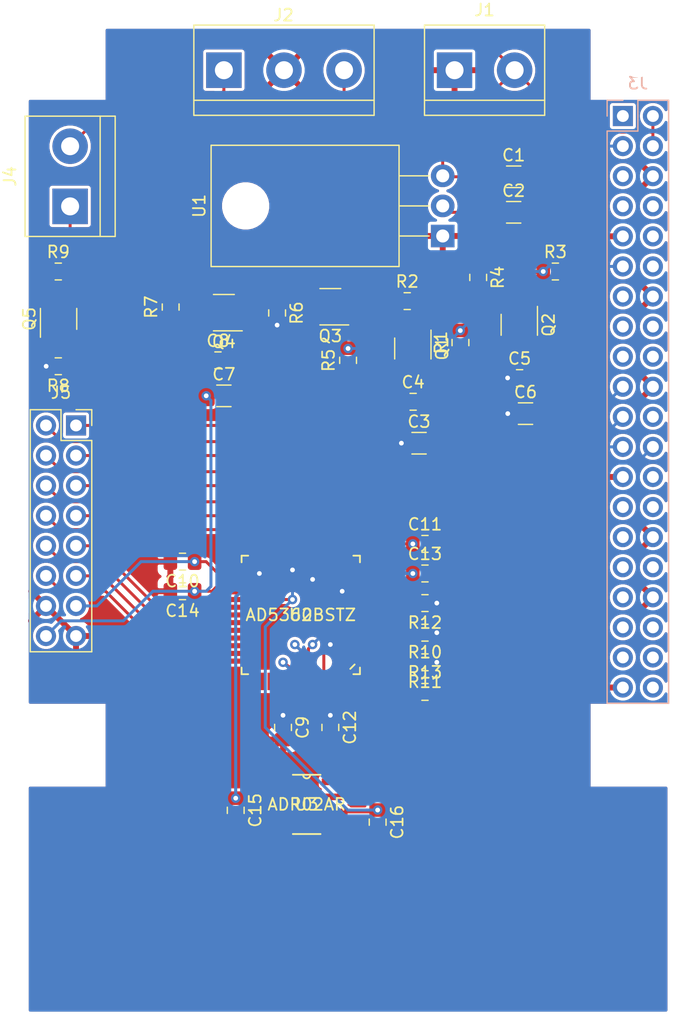
<source format=kicad_pcb>
(kicad_pcb (version 20171130) (host pcbnew 5.1.5-1.fc31)
  (layers (0 F.Cu signal) (31 B.Cu signal) (34 B.Paste user) (35 F.Paste user) (36 B.SilkS user) (37 F.SilkS user) (38 B.Mask user) (39 F.Mask user) (44 Edge.Cuts user))
  (net 0 "")
  (net 1 GND)
  (net 2 +5V)
  (net 3 "Net-(C2-Pad1)")
  (net 4 VDDA)
  (net 5 +3V3)
  (net 6 VSSA)
  (net 7 /vref)
  (net 8 +15V)
  (net 9 -15V)
  (net 10 "Net-(J3-Pad40)")
  (net 11 /pafl_led)
  (net 12 /enable_board_supply)
  (net 13 "Net-(J3-Pad36)")
  (net 14 "Net-(J3-Pad35)")
  (net 15 "Net-(J3-Pad33)")
  (net 16 "Net-(J3-Pad32)")
  (net 17 "Net-(J3-Pad31)")
  (net 18 "Net-(J3-Pad29)")
  (net 19 /id_scl_eeprom)
  (net 20 /id_sda_eeprom)
  (net 21 "Net-(J3-Pad26)")
  (net 22 /~cs1)
  (net 23 /sck)
  (net 24 "Net-(J3-Pad22)")
  (net 25 /miso)
  (net 26 /mosi)
  (net 27 "Net-(J3-Pad18)")
  (net 28 "Net-(J3-Pad17)")
  (net 29 "Net-(J3-Pad16)")
  (net 30 "Net-(J3-Pad15)")
  (net 31 "Net-(J3-Pad13)")
  (net 32 "Net-(J3-Pad12)")
  (net 33 "Net-(J3-Pad10)")
  (net 34 "Net-(J3-Pad8)")
  (net 35 "Net-(J3-Pad7)")
  (net 36 "Net-(J3-Pad5)")
  (net 37 "Net-(J3-Pad1)")
  (net 38 "Net-(J4-Pad1)")
  (net 39 /meter1)
  (net 40 /pafl_dc)
  (net 41 /meter3)
  (net 42 /meter2)
  (net 43 /meter5)
  (net 44 /meter4)
  (net 45 /meter7)
  (net 46 /meter6)
  (net 47 /meter_monitor)
  (net 48 /meter8)
  (net 49 /meter_r)
  (net 50 /meter_l)
  (net 51 "Net-(Q1-Pad3)")
  (net 52 "Net-(Q2-Pad3)")
  (net 53 "Net-(Q3-Pad6)")
  (net 54 "Net-(Q4-Pad1)")
  (net 55 "Net-(Q5-Pad6)")
  (net 56 "Net-(R10-Pad2)")
  (net 57 "Net-(R11-Pad2)")
  (net 58 "Net-(R12-Pad2)")
  (net 59 "Net-(R13-Pad1)")
  (net 60 "Net-(U2-Pad5)")
  (net 61 "Net-(U2-Pad6)")
  (net 62 "Net-(U2-Pad7)")
  (net 63 "Net-(U2-Pad8)")
  (net 64 "Net-(U2-Pad9)")
  (net 65 "Net-(U2-Pad10)")
  (net 66 "Net-(U2-Pad14)")
  (net 67 "Net-(U2-Pad24)")
  (net 68 "Net-(U2-Pad25)")
  (net 69 "Net-(U2-Pad26)")
  (net 70 "Net-(U2-Pad27)")
  (net 71 "Net-(U2-Pad30)")
  (net 72 "Net-(U2-Pad32)")
  (net 73 "Net-(U2-Pad33)")
  (net 74 "Net-(U2-Pad48)")
  (net 75 "Net-(U3-Pad8)")
  (net 76 "Net-(U3-Pad7)")
  (net 77 "Net-(U3-Pad5)")
  (net 78 "Net-(U3-Pad3)")
  (net 79 "Net-(U3-Pad1)")
  (net 80 "Net-(U2-Pad39)")
  (net 81 "Net-(U2-Pad40)")
  (net 82 "Net-(U2-Pad41)")
  (net 83 "Net-(U2-Pad42)")
  (net 84 "Net-(J3-Pad38)")
  (net 85 "Net-(J3-Pad37)")
  (module MountingHole:MountingHole_3.2mm_M3 (layer F.Cu) (at 202.5 87)
    (fp_text reference H4 hide)
    (fp_text value MountingHole hide)
    (pad 1 np_thru_hole circle (at 0 0) (size 3.2 3.2) (drill 3.2) (layers *.Cu *.Mask))
  )
  (module MountingHole:MountingHole_3.2mm_M3 (layer F.Cu) (at 202.5 29)
    (fp_text reference H3 hide)
    (fp_text value MountingHole hide)
    (pad 1 np_thru_hole circle (at 0 0) (size 3.2 3.2) (drill 3.2) (layers *.Cu *.Mask))
  )
  (module MountingHole:MountingHole_3.2mm_M3 (layer F.Cu) (at 153.5 29)
    (fp_text reference H2 hide)
    (fp_text value MountingHole hide)
    (pad 1 np_thru_hole circle (at 0 0) (size 3.2 3.2) (drill 3.2) (layers *.Cu *.Mask))
  )
  (module MountingHole:MountingHole_3.2mm_M3 (layer F.Cu) (at 153.5 87)
    (fp_text reference H1 hide)
    (fp_text value MountingHole hide)
    (pad 1 np_thru_hole circle (at 0 0) (size 3.2 3.2) (drill 3.2) (layers *.Cu *.Mask))
  )
  (module Connector_PinSocket_2.54mm:PinSocket_2x20_P2.54mm_Vertical (layer B.Cu) (at 201.23 33.87 180)
    (fp_text reference J3 (at -1.27 2.77) (layer B.SilkS) (effects (justify mirror)))
    (fp_text value 40HAT)
    (pad 40 thru_hole oval (at -2.54 -48.26 180) (size 1.7 1.7) (drill 1) (layers *.Cu *.Mask) (net 10 "Net-(J3-Pad40)"))
    (pad 39 thru_hole oval (at 0 -48.26 180) (size 1.7 1.7) (drill 1) (layers *.Cu *.Mask) (net 1 GND))
    (pad 38 thru_hole oval (at -2.54 -45.72 180) (size 1.7 1.7) (drill 1) (layers *.Cu *.Mask) (net 84 "Net-(J3-Pad38)"))
    (pad 37 thru_hole oval (at 0 -45.72 180) (size 1.7 1.7) (drill 1) (layers *.Cu *.Mask) (net 85 "Net-(J3-Pad37)"))
    (pad 36 thru_hole oval (at -2.54 -43.18 180) (size 1.7 1.7) (drill 1) (layers *.Cu *.Mask) (net 13 "Net-(J3-Pad36)"))
    (pad 35 thru_hole oval (at 0 -43.18 180) (size 1.7 1.7) (drill 1) (layers *.Cu *.Mask) (net 14 "Net-(J3-Pad35)"))
    (pad 34 thru_hole oval (at -2.54 -40.64 180) (size 1.7 1.7) (drill 1) (layers *.Cu *.Mask) (net 1 GND))
    (pad 33 thru_hole oval (at 0 -40.64 180) (size 1.7 1.7) (drill 1) (layers *.Cu *.Mask) (net 15 "Net-(J3-Pad33)"))
    (pad 32 thru_hole oval (at -2.54 -38.1 180) (size 1.7 1.7) (drill 1) (layers *.Cu *.Mask) (net 16 "Net-(J3-Pad32)"))
    (pad 31 thru_hole oval (at 0 -38.1 180) (size 1.7 1.7) (drill 1) (layers *.Cu *.Mask) (net 17 "Net-(J3-Pad31)"))
    (pad 30 thru_hole oval (at -2.54 -35.56 180) (size 1.7 1.7) (drill 1) (layers *.Cu *.Mask) (net 1 GND))
    (pad 29 thru_hole oval (at 0 -35.56 180) (size 1.7 1.7) (drill 1) (layers *.Cu *.Mask) (net 18 "Net-(J3-Pad29)"))
    (pad 28 thru_hole oval (at -2.54 -33.02 180) (size 1.7 1.7) (drill 1) (layers *.Cu *.Mask) (net 19 /id_scl_eeprom))
    (pad 27 thru_hole oval (at 0 -33.02 180) (size 1.7 1.7) (drill 1) (layers *.Cu *.Mask) (net 20 /id_sda_eeprom))
    (pad 26 thru_hole oval (at -2.54 -30.48 180) (size 1.7 1.7) (drill 1) (layers *.Cu *.Mask) (net 21 "Net-(J3-Pad26)"))
    (pad 25 thru_hole oval (at 0 -30.48 180) (size 1.7 1.7) (drill 1) (layers *.Cu *.Mask) (net 1 GND))
    (pad 24 thru_hole oval (at -2.54 -27.94 180) (size 1.7 1.7) (drill 1) (layers *.Cu *.Mask) (net 22 /~cs1))
    (pad 23 thru_hole oval (at 0 -27.94 180) (size 1.7 1.7) (drill 1) (layers *.Cu *.Mask) (net 23 /sck))
    (pad 22 thru_hole oval (at -2.54 -25.4 180) (size 1.7 1.7) (drill 1) (layers *.Cu *.Mask) (net 24 "Net-(J3-Pad22)"))
    (pad 21 thru_hole oval (at 0 -25.4 180) (size 1.7 1.7) (drill 1) (layers *.Cu *.Mask) (net 25 /miso))
    (pad 20 thru_hole oval (at -2.54 -22.86 180) (size 1.7 1.7) (drill 1) (layers *.Cu *.Mask) (net 1 GND))
    (pad 19 thru_hole oval (at 0 -22.86 180) (size 1.7 1.7) (drill 1) (layers *.Cu *.Mask) (net 26 /mosi))
    (pad 18 thru_hole oval (at -2.54 -20.32 180) (size 1.7 1.7) (drill 1) (layers *.Cu *.Mask) (net 27 "Net-(J3-Pad18)"))
    (pad 17 thru_hole oval (at 0 -20.32 180) (size 1.7 1.7) (drill 1) (layers *.Cu *.Mask) (net 28 "Net-(J3-Pad17)"))
    (pad 16 thru_hole oval (at -2.54 -17.78 180) (size 1.7 1.7) (drill 1) (layers *.Cu *.Mask) (net 29 "Net-(J3-Pad16)"))
    (pad 15 thru_hole oval (at 0 -17.78 180) (size 1.7 1.7) (drill 1) (layers *.Cu *.Mask) (net 30 "Net-(J3-Pad15)"))
    (pad 14 thru_hole oval (at -2.54 -15.24 180) (size 1.7 1.7) (drill 1) (layers *.Cu *.Mask) (net 1 GND))
    (pad 13 thru_hole oval (at 0 -15.24 180) (size 1.7 1.7) (drill 1) (layers *.Cu *.Mask) (net 31 "Net-(J3-Pad13)"))
    (pad 12 thru_hole oval (at -2.54 -12.7 180) (size 1.7 1.7) (drill 1) (layers *.Cu *.Mask) (net 32 "Net-(J3-Pad12)"))
    (pad 11 thru_hole oval (at 0 -12.7 180) (size 1.7 1.7) (drill 1) (layers *.Cu *.Mask) (net 12 /enable_board_supply))
    (pad 10 thru_hole oval (at -2.54 -10.16 180) (size 1.7 1.7) (drill 1) (layers *.Cu *.Mask) (net 33 "Net-(J3-Pad10)"))
    (pad 9 thru_hole oval (at 0 -10.16 180) (size 1.7 1.7) (drill 1) (layers *.Cu *.Mask) (net 1 GND))
    (pad 8 thru_hole oval (at -2.54 -7.62 180) (size 1.7 1.7) (drill 1) (layers *.Cu *.Mask) (net 34 "Net-(J3-Pad8)"))
    (pad 7 thru_hole oval (at 0 -7.62 180) (size 1.7 1.7) (drill 1) (layers *.Cu *.Mask) (net 35 "Net-(J3-Pad7)"))
    (pad 6 thru_hole oval (at -2.54 -5.08 180) (size 1.7 1.7) (drill 1) (layers *.Cu *.Mask) (net 1 GND))
    (pad 5 thru_hole oval (at 0 -5.08 180) (size 1.7 1.7) (drill 1) (layers *.Cu *.Mask) (net 36 "Net-(J3-Pad5)"))
    (pad 4 thru_hole oval (at -2.54 -2.54 180) (size 1.7 1.7) (drill 1) (layers *.Cu *.Mask) (net 2 +5V))
    (pad 3 thru_hole oval (at 0 -2.54 180) (size 1.7 1.7) (drill 1) (layers *.Cu *.Mask) (net 11 /pafl_led))
    (pad 2 thru_hole oval (at -2.54 0 180) (size 1.7 1.7) (drill 1) (layers *.Cu *.Mask) (net 2 +5V))
    (pad 1 thru_hole rect (at 0 0 180) (size 1.7 1.7) (drill 1) (layers *.Cu *.Mask) (net 37 "Net-(J3-Pad1)"))
  )
  (module footprints:ADR02ARZ (layer F.Cu) (at 174.5 92)
    (fp_text reference U3 (at 0 0) (layer F.SilkS))
    (fp_text value ADR02AR (at 0 0) (layer F.SilkS))
    (pad 8 smd rect (at 2.3622 -1.905) (size 2.1844 0.5588) (layers F.Cu) (net 75 "Net-(U3-Pad8)"))
    (pad 7 smd rect (at 2.3622 -0.635) (size 2.1844 0.5588) (layers F.Cu) (net 76 "Net-(U3-Pad7)"))
    (pad 6 smd rect (at 2.3622 0.635) (size 2.1844 0.5588) (layers F.Cu) (net 7 /vref))
    (pad 5 smd rect (at 2.3622 1.905) (size 2.1844 0.5588) (layers F.Cu) (net 77 "Net-(U3-Pad5)"))
    (pad 4 smd rect (at -2.3622 1.905) (size 2.1844 0.5588) (layers F.Cu) (net 1 GND))
    (pad 3 smd rect (at -2.3622 0.635) (size 2.1844 0.5588) (layers F.Cu) (net 78 "Net-(U3-Pad3)"))
    (pad 2 smd rect (at -2.3622 -0.635) (size 2.1844 0.5588) (layers F.Cu) (net 4 VDDA))
    (pad 1 smd rect (at -2.3622 -1.905) (size 2.1844 0.5588) (layers F.Cu) (net 79 "Net-(U3-Pad1)"))
  )
  (module meterbar:AD5360BSTZ (layer F.Cu) (at 174 76 180)
    (fp_text reference U2 (at 0 0) (layer F.SilkS))
    (fp_text value AD5360BSTZ (at 0 0) (layer F.SilkS))
    (pad 1 smd rect (at -5.6134 -3.9 270) (size 0.4318 1.4732) (layers F.Cu) (net 59 "Net-(R13-Pad1)"))
    (pad 2 smd rect (at -5.6134 -3.250001 270) (size 0.4318 1.4732) (layers F.Cu) (net 57 "Net-(R11-Pad2)"))
    (pad 3 smd rect (at -5.6134 -2.6 270) (size 0.4318 1.4732) (layers F.Cu) (net 56 "Net-(R10-Pad2)"))
    (pad 4 smd rect (at -5.6134 -1.950001 270) (size 0.4318 1.4732) (layers F.Cu) (net 58 "Net-(R12-Pad2)"))
    (pad 5 smd rect (at -5.6134 -1.3 270) (size 0.4318 1.4732) (layers F.Cu) (net 60 "Net-(U2-Pad5)"))
    (pad 6 smd rect (at -5.6134 -0.650001 270) (size 0.4318 1.4732) (layers F.Cu) (net 61 "Net-(U2-Pad6)"))
    (pad 7 smd rect (at -5.6134 0 270) (size 0.4318 1.4732) (layers F.Cu) (net 62 "Net-(U2-Pad7)"))
    (pad 8 smd rect (at -5.6134 0.649999 270) (size 0.4318 1.4732) (layers F.Cu) (net 63 "Net-(U2-Pad8)"))
    (pad 9 smd rect (at -5.6134 1.3 270) (size 0.4318 1.4732) (layers F.Cu) (net 64 "Net-(U2-Pad9)"))
    (pad 10 smd rect (at -5.6134 1.949999 270) (size 0.4318 1.4732) (layers F.Cu) (net 65 "Net-(U2-Pad10)"))
    (pad 11 smd rect (at -5.6134 2.6 270) (size 0.4318 1.4732) (layers F.Cu) (net 4 VDDA))
    (pad 12 smd rect (at -5.6134 3.249999 270) (size 0.4318 1.4732) (layers F.Cu) (net 6 VSSA))
    (pad 13 smd rect (at -5.6134 3.9 270) (size 0.4318 1.4732) (layers F.Cu) (net 7 /vref))
    (pad 14 smd rect (at -3.9 5.6134 180) (size 0.4318 1.4732) (layers F.Cu) (net 66 "Net-(U2-Pad14)"))
    (pad 15 smd rect (at -3.250001 5.6134 180) (size 0.4318 1.4732) (layers F.Cu) (net 50 /meter_l))
    (pad 16 smd rect (at -2.6 5.6134 180) (size 0.4318 1.4732) (layers F.Cu) (net 49 /meter_r))
    (pad 17 smd rect (at -1.950001 5.6134 180) (size 0.4318 1.4732) (layers F.Cu) (net 48 /meter8))
    (pad 18 smd rect (at -1.3 5.6134 180) (size 0.4318 1.4732) (layers F.Cu) (net 47 /meter_monitor))
    (pad 19 smd rect (at -0.650001 5.6134 180) (size 0.4318 1.4732) (layers F.Cu) (net 1 GND))
    (pad 20 smd rect (at 0 5.6134 180) (size 0.4318 1.4732) (layers F.Cu) (net 46 /meter6))
    (pad 21 smd rect (at 0.649999 5.6134 180) (size 0.4318 1.4732) (layers F.Cu) (net 45 /meter7))
    (pad 22 smd rect (at 1.3 5.6134 180) (size 0.4318 1.4732) (layers F.Cu) (net 44 /meter4))
    (pad 23 smd rect (at 1.949999 5.6134 180) (size 0.4318 1.4732) (layers F.Cu) (net 43 /meter5))
    (pad 24 smd rect (at 2.6 5.6134 180) (size 0.4318 1.4732) (layers F.Cu) (net 67 "Net-(U2-Pad24)"))
    (pad 25 smd rect (at 3.249999 5.6134 180) (size 0.4318 1.4732) (layers F.Cu) (net 68 "Net-(U2-Pad25)"))
    (pad 26 smd rect (at 3.9 5.6134 180) (size 0.4318 1.4732) (layers F.Cu) (net 69 "Net-(U2-Pad26)"))
    (pad 27 smd rect (at 5.6134 3.9 270) (size 0.4318 1.4732) (layers F.Cu) (net 70 "Net-(U2-Pad27)"))
    (pad 28 smd rect (at 5.6134 3.250001 270) (size 0.4318 1.4732) (layers F.Cu) (net 4 VDDA))
    (pad 29 smd rect (at 5.6134 2.6 270) (size 0.4318 1.4732) (layers F.Cu) (net 6 VSSA))
    (pad 30 smd rect (at 5.6134 1.950001 270) (size 0.4318 1.4732) (layers F.Cu) (net 71 "Net-(U2-Pad30)"))
    (pad 31 smd rect (at 5.6134 1.3 270) (size 0.4318 1.4732) (layers F.Cu) (net 7 /vref))
    (pad 32 smd rect (at 5.6134 0.650001 270) (size 0.4318 1.4732) (layers F.Cu) (net 72 "Net-(U2-Pad32)"))
    (pad 33 smd rect (at 5.6134 0 270) (size 0.4318 1.4732) (layers F.Cu) (net 73 "Net-(U2-Pad33)"))
    (pad 34 smd rect (at 5.6134 -0.649999 270) (size 0.4318 1.4732) (layers F.Cu) (net 42 /meter2))
    (pad 35 smd rect (at 5.6134 -1.3 270) (size 0.4318 1.4732) (layers F.Cu) (net 41 /meter3))
    (pad 36 smd rect (at 5.6134 -1.949999 270) (size 0.4318 1.4732) (layers F.Cu) (net 40 /pafl_dc))
    (pad 37 smd rect (at 5.6134 -2.6 270) (size 0.4318 1.4732) (layers F.Cu) (net 39 /meter1))
    (pad 38 smd rect (at 5.6134 -3.249999 270) (size 0.4318 1.4732) (layers F.Cu) (net 1 GND))
    (pad 39 smd rect (at 5.6134 -3.9 270) (size 0.4318 1.4732) (layers F.Cu) (net 80 "Net-(U2-Pad39)"))
    (pad 40 smd rect (at 3.9 -5.6134 180) (size 0.4318 1.4732) (layers F.Cu) (net 81 "Net-(U2-Pad40)"))
    (pad 41 smd rect (at 3.250001 -5.6134 180) (size 0.4318 1.4732) (layers F.Cu) (net 82 "Net-(U2-Pad41)"))
    (pad 42 smd rect (at 2.6 -5.6134 180) (size 0.4318 1.4732) (layers F.Cu) (net 83 "Net-(U2-Pad42)"))
    (pad 43 smd rect (at 1.950001 -5.6134 180) (size 0.4318 1.4732) (layers F.Cu) (net 1 GND))
    (pad 44 smd rect (at 1.3 -5.6134 180) (size 0.4318 1.4732) (layers F.Cu) (net 5 +3V3))
    (pad 45 smd rect (at 0.650001 -5.6134 180) (size 0.4318 1.4732) (layers F.Cu) (net 22 /~cs1))
    (pad 46 smd rect (at 0 -5.6134 180) (size 0.4318 1.4732) (layers F.Cu) (net 23 /sck))
    (pad 47 smd rect (at -0.649999 -5.6134 180) (size 0.4318 1.4732) (layers F.Cu) (net 26 /mosi))
    (pad 48 smd rect (at -1.3 -5.6134 180) (size 0.4318 1.4732) (layers F.Cu) (net 74 "Net-(U2-Pad48)"))
    (pad 49 smd rect (at -1.949999 -5.6134 180) (size 0.4318 1.4732) (layers F.Cu) (net 25 /miso))
    (pad 50 smd rect (at -2.6 -5.6134 180) (size 0.4318 1.4732) (layers F.Cu) (net 5 +3V3))
    (pad 51 smd rect (at -3.249999 -5.6134 180) (size 0.4318 1.4732) (layers F.Cu) (net 1 GND))
    (pad 52 smd rect (at -3.9 -5.6134 180) (size 0.4318 1.4732) (layers F.Cu) (net 1 GND))
  )
  (module Package_TO_SOT_THT:TO-220-3_Horizontal_TabDown (layer F.Cu) (at 186 44 90)
    (fp_text reference U1 (at 2.54 -20.58 90) (layer F.SilkS))
    (fp_text value LM1085-3.3)
    (pad 3 thru_hole oval (at 5.08 0 90) (size 1.905 2) (drill 1.1) (layers *.Cu *.Mask) (net 2 +5V))
    (pad 2 thru_hole oval (at 2.54 0 90) (size 1.905 2) (drill 1.1) (layers *.Cu *.Mask) (net 3 "Net-(C2-Pad1)"))
    (pad 1 thru_hole rect (at 0 0 90) (size 1.905 2) (drill 1.1) (layers *.Cu *.Mask) (net 1 GND))
    (pad "" np_thru_hole oval (at 2.54 -16.66 90) (size 3.5 3.5) (drill 3.5) (layers *.Cu *.Mask))
  )
  (module Resistor_SMD:R_0805_2012Metric_Pad1.15x1.40mm_HandSolder (layer F.Cu) (at 184.5 82.5)
    (fp_text reference R13 (at 0 -1.65) (layer F.SilkS))
    (fp_text value 47k)
    (pad 2 smd roundrect (at 1.025 0) (size 1.15 1.4) (layers F.Cu F.Paste F.Mask) (roundrect_rratio 0.217391) (net 1 GND))
    (pad 1 smd roundrect (at -1.025 0) (size 1.15 1.4) (layers F.Cu F.Paste F.Mask) (roundrect_rratio 0.217391) (net 59 "Net-(R13-Pad1)"))
  )
  (module Resistor_SMD:R_0805_2012Metric_Pad1.15x1.40mm_HandSolder (layer F.Cu) (at 184.5 75 180)
    (fp_text reference R12 (at 0 -1.65) (layer F.SilkS))
    (fp_text value 47k)
    (pad 2 smd roundrect (at 1.025 0 180) (size 1.15 1.4) (layers F.Cu F.Paste F.Mask) (roundrect_rratio 0.217391) (net 58 "Net-(R12-Pad2)"))
    (pad 1 smd roundrect (at -1.025 0 180) (size 1.15 1.4) (layers F.Cu F.Paste F.Mask) (roundrect_rratio 0.217391) (net 5 +3V3))
  )
  (module Resistor_SMD:R_0805_2012Metric_Pad1.15x1.40mm_HandSolder (layer F.Cu) (at 184.5 80 180)
    (fp_text reference R11 (at 0 -1.65) (layer F.SilkS))
    (fp_text value 47k)
    (pad 2 smd roundrect (at 1.025 0 180) (size 1.15 1.4) (layers F.Cu F.Paste F.Mask) (roundrect_rratio 0.217391) (net 57 "Net-(R11-Pad2)"))
    (pad 1 smd roundrect (at -1.025 0 180) (size 1.15 1.4) (layers F.Cu F.Paste F.Mask) (roundrect_rratio 0.217391) (net 5 +3V3))
  )
  (module Resistor_SMD:R_0805_2012Metric_Pad1.15x1.40mm_HandSolder (layer F.Cu) (at 184.5 77.5 180)
    (fp_text reference R10 (at 0 -1.65) (layer F.SilkS))
    (fp_text value 47k)
    (pad 2 smd roundrect (at 1.025 0 180) (size 1.15 1.4) (layers F.Cu F.Paste F.Mask) (roundrect_rratio 0.217391) (net 56 "Net-(R10-Pad2)"))
    (pad 1 smd roundrect (at -1.025 0 180) (size 1.15 1.4) (layers F.Cu F.Paste F.Mask) (roundrect_rratio 0.217391) (net 5 +3V3))
  )
  (module Resistor_SMD:R_0805_2012Metric_Pad1.15x1.40mm_HandSolder (layer F.Cu) (at 153.5 47)
    (fp_text reference R9 (at 0 -1.65) (layer F.SilkS))
    (fp_text value 2k2)
    (pad 2 smd roundrect (at 1.025 0) (size 1.15 1.4) (layers F.Cu F.Paste F.Mask) (roundrect_rratio 0.217391) (net 38 "Net-(J4-Pad1)"))
    (pad 1 smd roundrect (at -1.025 0) (size 1.15 1.4) (layers F.Cu F.Paste F.Mask) (roundrect_rratio 0.217391) (net 55 "Net-(Q5-Pad6)"))
  )
  (module Resistor_SMD:R_0805_2012Metric_Pad1.15x1.40mm_HandSolder (layer F.Cu) (at 153.5 55 180)
    (fp_text reference R8 (at 0 -1.65) (layer F.SilkS))
    (fp_text value 47k)
    (pad 2 smd roundrect (at 1.025 0 180) (size 1.15 1.4) (layers F.Cu F.Paste F.Mask) (roundrect_rratio 0.217391) (net 11 /pafl_led))
    (pad 1 smd roundrect (at -1.025 0 180) (size 1.15 1.4) (layers F.Cu F.Paste F.Mask) (roundrect_rratio 0.217391) (net 1 GND))
  )
  (module Resistor_SMD:R_0805_2012Metric_Pad1.15x1.40mm_HandSolder (layer F.Cu) (at 163 50 90)
    (fp_text reference R7 (at 0 -1.65 90) (layer F.SilkS))
    (fp_text value 47k)
    (pad 2 smd roundrect (at 1.025 0 90) (size 1.15 1.4) (layers F.Cu F.Paste F.Mask) (roundrect_rratio 0.217391) (net 54 "Net-(Q4-Pad1)"))
    (pad 1 smd roundrect (at -1.025 0 90) (size 1.15 1.4) (layers F.Cu F.Paste F.Mask) (roundrect_rratio 0.217391) (net 9 -15V))
  )
  (module Resistor_SMD:R_0805_2012Metric_Pad1.15x1.40mm_HandSolder (layer F.Cu) (at 172 50.5 270)
    (fp_text reference R6 (at 0 -1.65 90) (layer F.SilkS))
    (fp_text value 47k)
    (pad 2 smd roundrect (at 1.025 0 270) (size 1.15 1.4) (layers F.Cu F.Paste F.Mask) (roundrect_rratio 0.217391) (net 5 +3V3))
    (pad 1 smd roundrect (at -1.025 0 270) (size 1.15 1.4) (layers F.Cu F.Paste F.Mask) (roundrect_rratio 0.217391) (net 53 "Net-(Q3-Pad6)"))
  )
  (module Resistor_SMD:R_0805_2012Metric_Pad1.15x1.40mm_HandSolder (layer F.Cu) (at 178 54.5 90)
    (fp_text reference R5 (at 0 -1.65 90) (layer F.SilkS))
    (fp_text value 47k)
    (pad 2 smd roundrect (at 1.025 0 90) (size 1.15 1.4) (layers F.Cu F.Paste F.Mask) (roundrect_rratio 0.217391) (net 12 /enable_board_supply))
    (pad 1 smd roundrect (at -1.025 0 90) (size 1.15 1.4) (layers F.Cu F.Paste F.Mask) (roundrect_rratio 0.217391) (net 1 GND))
  )
  (module Resistor_SMD:R_0805_2012Metric_Pad1.15x1.40mm_HandSolder (layer F.Cu) (at 189 47.5 270)
    (fp_text reference R4 (at 0 -1.65 90) (layer F.SilkS))
    (fp_text value 10k)
    (pad 2 smd roundrect (at 1.025 0 270) (size 1.15 1.4) (layers F.Cu F.Paste F.Mask) (roundrect_rratio 0.217391) (net 52 "Net-(Q2-Pad3)"))
    (pad 1 smd roundrect (at -1.025 0 270) (size 1.15 1.4) (layers F.Cu F.Paste F.Mask) (roundrect_rratio 0.217391) (net 3 "Net-(C2-Pad1)"))
  )
  (module Resistor_SMD:R_0805_2012Metric_Pad1.15x1.40mm_HandSolder (layer F.Cu) (at 195.525 47)
    (fp_text reference R3 (at 0 -1.65) (layer F.SilkS))
    (fp_text value 10k)
    (pad 2 smd roundrect (at 1.025 0) (size 1.15 1.4) (layers F.Cu F.Paste F.Mask) (roundrect_rratio 0.217391) (net 1 GND))
    (pad 1 smd roundrect (at -1.025 0) (size 1.15 1.4) (layers F.Cu F.Paste F.Mask) (roundrect_rratio 0.217391) (net 12 /enable_board_supply))
  )
  (module Resistor_SMD:R_0805_2012Metric_Pad1.15x1.40mm_HandSolder (layer F.Cu) (at 183 49.5)
    (fp_text reference R2 (at 0 -1.65) (layer F.SilkS))
    (fp_text value 47k)
    (pad 2 smd roundrect (at 1.025 0) (size 1.15 1.4) (layers F.Cu F.Paste F.Mask) (roundrect_rratio 0.217391) (net 8 +15V))
    (pad 1 smd roundrect (at -1.025 0) (size 1.15 1.4) (layers F.Cu F.Paste F.Mask) (roundrect_rratio 0.217391) (net 51 "Net-(Q1-Pad3)"))
  )
  (module Resistor_SMD:R_0805_2012Metric_Pad1.15x1.40mm_HandSolder (layer F.Cu) (at 187.5 53 90)
    (fp_text reference R1 (at 0 -1.65 90) (layer F.SilkS))
    (fp_text value 47k)
    (pad 2 smd roundrect (at 1.025 0 90) (size 1.15 1.4) (layers F.Cu F.Paste F.Mask) (roundrect_rratio 0.217391) (net 12 /enable_board_supply))
    (pad 1 smd roundrect (at -1.025 0 90) (size 1.15 1.4) (layers F.Cu F.Paste F.Mask) (roundrect_rratio 0.217391) (net 1 GND))
  )
  (module Package_TO_SOT_SMD:TSOT-23-6 (layer F.Cu) (at 153.5 51 90)
    (fp_text reference Q5 (at 0 -2.45 90) (layer F.SilkS))
    (fp_text value DMC2053UVT)
    (pad 6 smd rect (at 1.31 -0.95 90) (size 1.22 0.65) (layers F.Cu F.Paste F.Mask) (net 55 "Net-(Q5-Pad6)"))
    (pad 5 smd rect (at 1.31 0 90) (size 1.22 0.65) (layers F.Cu F.Paste F.Mask) (net 1 GND))
    (pad 4 smd rect (at 1.31 0.95 90) (size 1.22 0.65) (layers F.Cu F.Paste F.Mask) (net 1 GND))
    (pad 3 smd rect (at -1.31 0.95 90) (size 1.22 0.65) (layers F.Cu F.Paste F.Mask) (net 1 GND))
    (pad 2 smd rect (at -1.31 0 90) (size 1.22 0.65) (layers F.Cu F.Paste F.Mask) (net 1 GND))
    (pad 1 smd rect (at -1.31 -0.95 90) (size 1.22 0.65) (layers F.Cu F.Paste F.Mask) (net 11 /pafl_led))
  )
  (module Package_TO_SOT_SMD:TSOT-23-6 (layer F.Cu) (at 167.5 50.5 180)
    (fp_text reference Q4 (at 0 -2.45) (layer F.SilkS))
    (fp_text value DMC2053UVT)
    (pad 6 smd rect (at 1.31 -0.95 180) (size 1.22 0.65) (layers F.Cu F.Paste F.Mask) (net 6 VSSA))
    (pad 5 smd rect (at 1.31 0 180) (size 1.22 0.65) (layers F.Cu F.Paste F.Mask) (net 9 -15V))
    (pad 4 smd rect (at 1.31 0.95 180) (size 1.22 0.65) (layers F.Cu F.Paste F.Mask) (net 54 "Net-(Q4-Pad1)"))
    (pad 3 smd rect (at -1.31 0.95 180) (size 1.22 0.65) (layers F.Cu F.Paste F.Mask) (net 53 "Net-(Q3-Pad6)"))
    (pad 2 smd rect (at -1.31 0 180) (size 1.22 0.65) (layers F.Cu F.Paste F.Mask) (net 5 +3V3))
    (pad 1 smd rect (at -1.31 -0.95 180) (size 1.22 0.65) (layers F.Cu F.Paste F.Mask) (net 54 "Net-(Q4-Pad1)"))
  )
  (module Package_TO_SOT_SMD:TSOT-23-6 (layer F.Cu) (at 176.5 50 180)
    (fp_text reference Q3 (at 0 -2.45) (layer F.SilkS))
    (fp_text value DMC2053UVT)
    (pad 6 smd rect (at 1.31 -0.95 180) (size 1.22 0.65) (layers F.Cu F.Paste F.Mask) (net 53 "Net-(Q3-Pad6)"))
    (pad 5 smd rect (at 1.31 0 180) (size 1.22 0.65) (layers F.Cu F.Paste F.Mask) (net 1 GND))
    (pad 4 smd rect (at 1.31 0.95 180) (size 1.22 0.65) (layers F.Cu F.Paste F.Mask) (net 1 GND))
    (pad 3 smd rect (at -1.31 0.95 180) (size 1.22 0.65) (layers F.Cu F.Paste F.Mask) (net 1 GND))
    (pad 2 smd rect (at -1.31 0 180) (size 1.22 0.65) (layers F.Cu F.Paste F.Mask) (net 1 GND))
    (pad 1 smd rect (at -1.31 -0.95 180) (size 1.22 0.65) (layers F.Cu F.Paste F.Mask) (net 12 /enable_board_supply))
  )
  (module Package_TO_SOT_SMD:TSOT-23-6 (layer F.Cu) (at 192.5 51.5 270)
    (fp_text reference Q2 (at 0 -2.45 90) (layer F.SilkS))
    (fp_text value DMC2053UVT)
    (pad 6 smd rect (at 1.31 -0.95 270) (size 1.22 0.65) (layers F.Cu F.Paste F.Mask) (net 52 "Net-(Q2-Pad3)"))
    (pad 5 smd rect (at 1.31 0 270) (size 1.22 0.65) (layers F.Cu F.Paste F.Mask) (net 1 GND))
    (pad 4 smd rect (at 1.31 0.95 270) (size 1.22 0.65) (layers F.Cu F.Paste F.Mask) (net 5 +3V3))
    (pad 3 smd rect (at -1.31 0.95 270) (size 1.22 0.65) (layers F.Cu F.Paste F.Mask) (net 52 "Net-(Q2-Pad3)"))
    (pad 2 smd rect (at -1.31 0 270) (size 1.22 0.65) (layers F.Cu F.Paste F.Mask) (net 3 "Net-(C2-Pad1)"))
    (pad 1 smd rect (at -1.31 -0.95 270) (size 1.22 0.65) (layers F.Cu F.Paste F.Mask) (net 12 /enable_board_supply))
  )
  (module Package_TO_SOT_SMD:TSOT-23-6 (layer F.Cu) (at 183.5 53.5 270)
    (fp_text reference Q1 (at 0 -2.45 90) (layer F.SilkS))
    (fp_text value DMC2053UVT)
    (pad 6 smd rect (at 1.31 -0.95 270) (size 1.22 0.65) (layers F.Cu F.Paste F.Mask) (net 51 "Net-(Q1-Pad3)"))
    (pad 5 smd rect (at 1.31 0 270) (size 1.22 0.65) (layers F.Cu F.Paste F.Mask) (net 1 GND))
    (pad 4 smd rect (at 1.31 0.95 270) (size 1.22 0.65) (layers F.Cu F.Paste F.Mask) (net 4 VDDA))
    (pad 3 smd rect (at -1.31 0.95 270) (size 1.22 0.65) (layers F.Cu F.Paste F.Mask) (net 51 "Net-(Q1-Pad3)"))
    (pad 2 smd rect (at -1.31 0 270) (size 1.22 0.65) (layers F.Cu F.Paste F.Mask) (net 8 +15V))
    (pad 1 smd rect (at -1.31 -0.95 270) (size 1.22 0.65) (layers F.Cu F.Paste F.Mask) (net 12 /enable_board_supply))
  )
  (module Connector_PinSocket_2.54mm:PinSocket_2x08_P2.54mm_Vertical (layer F.Cu) (at 155 60)
    (fp_text reference J5 (at -1.27 -2.77) (layer F.SilkS))
    (fp_text value Conn_02x08_Odd_Even)
    (pad 16 thru_hole oval (at -2.54 17.78) (size 1.7 1.7) (drill 1) (layers *.Cu *.Mask) (net 6 VSSA))
    (pad 15 thru_hole oval (at 0 17.78) (size 1.7 1.7) (drill 1) (layers *.Cu *.Mask) (net 1 GND))
    (pad 14 thru_hole oval (at -2.54 15.24) (size 1.7 1.7) (drill 1) (layers *.Cu *.Mask) (net 1 GND))
    (pad 13 thru_hole oval (at 0 15.24) (size 1.7 1.7) (drill 1) (layers *.Cu *.Mask) (net 4 VDDA))
    (pad 12 thru_hole oval (at -2.54 12.7) (size 1.7 1.7) (drill 1) (layers *.Cu *.Mask) (net 39 /meter1))
    (pad 11 thru_hole oval (at 0 12.7) (size 1.7 1.7) (drill 1) (layers *.Cu *.Mask) (net 40 /pafl_dc))
    (pad 10 thru_hole oval (at -2.54 10.16) (size 1.7 1.7) (drill 1) (layers *.Cu *.Mask) (net 41 /meter3))
    (pad 9 thru_hole oval (at 0 10.16) (size 1.7 1.7) (drill 1) (layers *.Cu *.Mask) (net 42 /meter2))
    (pad 8 thru_hole oval (at -2.54 7.62) (size 1.7 1.7) (drill 1) (layers *.Cu *.Mask) (net 43 /meter5))
    (pad 7 thru_hole oval (at 0 7.62) (size 1.7 1.7) (drill 1) (layers *.Cu *.Mask) (net 44 /meter4))
    (pad 6 thru_hole oval (at -2.54 5.08) (size 1.7 1.7) (drill 1) (layers *.Cu *.Mask) (net 45 /meter7))
    (pad 5 thru_hole oval (at 0 5.08) (size 1.7 1.7) (drill 1) (layers *.Cu *.Mask) (net 46 /meter6))
    (pad 4 thru_hole oval (at -2.54 2.54) (size 1.7 1.7) (drill 1) (layers *.Cu *.Mask) (net 47 /meter_monitor))
    (pad 3 thru_hole oval (at 0 2.54) (size 1.7 1.7) (drill 1) (layers *.Cu *.Mask) (net 48 /meter8))
    (pad 2 thru_hole oval (at -2.54 0) (size 1.7 1.7) (drill 1) (layers *.Cu *.Mask) (net 49 /meter_r))
    (pad 1 thru_hole rect (at 0 0) (size 1.7 1.7) (drill 1) (layers *.Cu *.Mask) (net 50 /meter_l))
  )
  (module TerminalBlock:TerminalBlock_bornier-2_P5.08mm (layer F.Cu) (at 154.5 41.5 90)
    (fp_text reference J4 (at 2.54 -5.08 90) (layer F.SilkS))
    (fp_text value Screw_Terminal_01x02)
    (pad 2 thru_hole circle (at 5.08 0 90) (size 3 3) (drill 1.52) (layers *.Cu *.Mask) (net 2 +5V))
    (pad 1 thru_hole rect (at 0 0 90) (size 3 3) (drill 1.52) (layers *.Cu *.Mask) (net 38 "Net-(J4-Pad1)"))
  )
  (module TerminalBlock:TerminalBlock_bornier-3_P5.08mm (layer F.Cu) (at 167.5 30)
    (fp_text reference J2 (at 5.05 -4.65) (layer F.SilkS))
    (fp_text value Screw_Terminal_01x03)
    (pad 3 thru_hole circle (at 10.16 0) (size 3 3) (drill 1.52) (layers *.Cu *.Mask) (net 8 +15V))
    (pad 2 thru_hole circle (at 5.08 0) (size 3 3) (drill 1.52) (layers *.Cu *.Mask) (net 1 GND))
    (pad 1 thru_hole rect (at 0 0) (size 3 3) (drill 1.52) (layers *.Cu *.Mask) (net 9 -15V))
  )
  (module TerminalBlock:TerminalBlock_bornier-2_P5.08mm (layer F.Cu) (at 187 30)
    (fp_text reference J1 (at 2.54 -5.08) (layer F.SilkS))
    (fp_text value Screw_Terminal_01x02)
    (pad 2 thru_hole circle (at 5.08 0) (size 3 3) (drill 1.52) (layers *.Cu *.Mask) (net 2 +5V))
    (pad 1 thru_hole rect (at 0 0) (size 3 3) (drill 1.52) (layers *.Cu *.Mask) (net 1 GND))
  )
  (module Capacitor_SMD:C_0805_2012Metric_Pad1.15x1.40mm_HandSolder (layer F.Cu) (at 180.5 93.5 270)
    (fp_text reference C16 (at 0 -1.65 90) (layer F.SilkS))
    (fp_text value 100n)
    (pad 2 smd roundrect (at 1.025 0 270) (size 1.15 1.4) (layers F.Cu F.Paste F.Mask) (roundrect_rratio 0.217391) (net 1 GND))
    (pad 1 smd roundrect (at -1.025 0 270) (size 1.15 1.4) (layers F.Cu F.Paste F.Mask) (roundrect_rratio 0.217391) (net 7 /vref))
  )
  (module Capacitor_SMD:C_0805_2012Metric_Pad1.15x1.40mm_HandSolder (layer F.Cu) (at 168.5 92.5 270)
    (fp_text reference C15 (at 0 -1.65 90) (layer F.SilkS))
    (fp_text value 100n)
    (pad 2 smd roundrect (at 1.025 0 270) (size 1.15 1.4) (layers F.Cu F.Paste F.Mask) (roundrect_rratio 0.217391) (net 1 GND))
    (pad 1 smd roundrect (at -1.025 0 270) (size 1.15 1.4) (layers F.Cu F.Paste F.Mask) (roundrect_rratio 0.217391) (net 4 VDDA))
  )
  (module Capacitor_SMD:C_0805_2012Metric_Pad1.15x1.40mm_HandSolder (layer F.Cu) (at 164 74 180)
    (fp_text reference C14 (at 0 -1.65) (layer F.SilkS))
    (fp_text value 100n)
    (pad 2 smd roundrect (at 1.025 0 180) (size 1.15 1.4) (layers F.Cu F.Paste F.Mask) (roundrect_rratio 0.217391) (net 1 GND))
    (pad 1 smd roundrect (at -1.025 0 180) (size 1.15 1.4) (layers F.Cu F.Paste F.Mask) (roundrect_rratio 0.217391) (net 6 VSSA))
  )
  (module Capacitor_SMD:C_0805_2012Metric_Pad1.15x1.40mm_HandSolder (layer F.Cu) (at 184.5 72.5)
    (fp_text reference C13 (at 0 -1.65) (layer F.SilkS))
    (fp_text value 100n)
    (pad 2 smd roundrect (at 1.025 0) (size 1.15 1.4) (layers F.Cu F.Paste F.Mask) (roundrect_rratio 0.217391) (net 1 GND))
    (pad 1 smd roundrect (at -1.025 0) (size 1.15 1.4) (layers F.Cu F.Paste F.Mask) (roundrect_rratio 0.217391) (net 4 VDDA))
  )
  (module Capacitor_SMD:C_0805_2012Metric_Pad1.15x1.40mm_HandSolder (layer F.Cu) (at 176.5 85.5 270)
    (fp_text reference C12 (at 0 -1.65 90) (layer F.SilkS))
    (fp_text value 100n)
    (pad 2 smd roundrect (at 1.025 0 270) (size 1.15 1.4) (layers F.Cu F.Paste F.Mask) (roundrect_rratio 0.217391) (net 1 GND))
    (pad 1 smd roundrect (at -1.025 0 270) (size 1.15 1.4) (layers F.Cu F.Paste F.Mask) (roundrect_rratio 0.217391) (net 5 +3V3))
  )
  (module Capacitor_SMD:C_0805_2012Metric_Pad1.15x1.40mm_HandSolder (layer F.Cu) (at 184.5 70)
    (fp_text reference C11 (at 0 -1.65) (layer F.SilkS))
    (fp_text value 100n)
    (pad 2 smd roundrect (at 1.025 0) (size 1.15 1.4) (layers F.Cu F.Paste F.Mask) (roundrect_rratio 0.217391) (net 1 GND))
    (pad 1 smd roundrect (at -1.025 0) (size 1.15 1.4) (layers F.Cu F.Paste F.Mask) (roundrect_rratio 0.217391) (net 6 VSSA))
  )
  (module Capacitor_SMD:C_0805_2012Metric_Pad1.15x1.40mm_HandSolder (layer F.Cu) (at 164 71.5 180)
    (fp_text reference C10 (at 0 -1.65) (layer F.SilkS))
    (fp_text value 100n)
    (pad 2 smd roundrect (at 1.025 0 180) (size 1.15 1.4) (layers F.Cu F.Paste F.Mask) (roundrect_rratio 0.217391) (net 1 GND))
    (pad 1 smd roundrect (at -1.025 0 180) (size 1.15 1.4) (layers F.Cu F.Paste F.Mask) (roundrect_rratio 0.217391) (net 4 VDDA))
  )
  (module Capacitor_SMD:C_0805_2012Metric_Pad1.15x1.40mm_HandSolder (layer F.Cu) (at 172.5 85.5 270)
    (fp_text reference C9 (at 0 -1.65 90) (layer F.SilkS))
    (fp_text value 100n)
    (pad 2 smd roundrect (at 1.025 0 270) (size 1.15 1.4) (layers F.Cu F.Paste F.Mask) (roundrect_rratio 0.217391) (net 1 GND))
    (pad 1 smd roundrect (at -1.025 0 270) (size 1.15 1.4) (layers F.Cu F.Paste F.Mask) (roundrect_rratio 0.217391) (net 5 +3V3))
  )
  (module Capacitor_SMD:C_0805_2012Metric_Pad1.15x1.40mm_HandSolder (layer F.Cu) (at 167 54.5)
    (fp_text reference C8 (at 0 -1.65) (layer F.SilkS))
    (fp_text value 100n)
    (pad 2 smd roundrect (at 1.025 0) (size 1.15 1.4) (layers F.Cu F.Paste F.Mask) (roundrect_rratio 0.217391) (net 1 GND))
    (pad 1 smd roundrect (at -1.025 0) (size 1.15 1.4) (layers F.Cu F.Paste F.Mask) (roundrect_rratio 0.217391) (net 6 VSSA))
  )
  (module Capacitor_SMD:C_1206_3216Metric_Pad1.42x1.75mm_HandSolder (layer F.Cu) (at 167.5 57.5)
    (fp_text reference C7 (at 0 -1.82) (layer F.SilkS))
    (fp_text value 10u)
    (pad 2 smd roundrect (at 1.4875 0) (size 1.425 1.75) (layers F.Cu F.Paste F.Mask) (roundrect_rratio 0.175439) (net 1 GND))
    (pad 1 smd roundrect (at -1.4875 0) (size 1.425 1.75) (layers F.Cu F.Paste F.Mask) (roundrect_rratio 0.175439) (net 6 VSSA))
  )
  (module Capacitor_SMD:C_1206_3216Metric_Pad1.42x1.75mm_HandSolder (layer F.Cu) (at 193 59)
    (fp_text reference C6 (at 0 -1.82) (layer F.SilkS))
    (fp_text value 10u)
    (pad 2 smd roundrect (at 1.4875 0) (size 1.425 1.75) (layers F.Cu F.Paste F.Mask) (roundrect_rratio 0.175439) (net 1 GND))
    (pad 1 smd roundrect (at -1.4875 0) (size 1.425 1.75) (layers F.Cu F.Paste F.Mask) (roundrect_rratio 0.175439) (net 5 +3V3))
  )
  (module Capacitor_SMD:C_0805_2012Metric_Pad1.15x1.40mm_HandSolder (layer F.Cu) (at 192.5 56)
    (fp_text reference C5 (at 0 -1.65) (layer F.SilkS))
    (fp_text value 100n)
    (pad 2 smd roundrect (at 1.025 0) (size 1.15 1.4) (layers F.Cu F.Paste F.Mask) (roundrect_rratio 0.217391) (net 1 GND))
    (pad 1 smd roundrect (at -1.025 0) (size 1.15 1.4) (layers F.Cu F.Paste F.Mask) (roundrect_rratio 0.217391) (net 5 +3V3))
  )
  (module Capacitor_SMD:C_0805_2012Metric_Pad1.15x1.40mm_HandSolder (layer F.Cu) (at 183.5 58)
    (fp_text reference C4 (at 0 -1.65) (layer F.SilkS))
    (fp_text value 100n)
    (pad 2 smd roundrect (at 1.025 0) (size 1.15 1.4) (layers F.Cu F.Paste F.Mask) (roundrect_rratio 0.217391) (net 1 GND))
    (pad 1 smd roundrect (at -1.025 0) (size 1.15 1.4) (layers F.Cu F.Paste F.Mask) (roundrect_rratio 0.217391) (net 4 VDDA))
  )
  (module Capacitor_SMD:C_1206_3216Metric_Pad1.42x1.75mm_HandSolder (layer F.Cu) (at 184 61.5)
    (fp_text reference C3 (at 0 -1.82) (layer F.SilkS))
    (fp_text value 10u)
    (pad 2 smd roundrect (at 1.4875 0) (size 1.425 1.75) (layers F.Cu F.Paste F.Mask) (roundrect_rratio 0.175439) (net 1 GND))
    (pad 1 smd roundrect (at -1.4875 0) (size 1.425 1.75) (layers F.Cu F.Paste F.Mask) (roundrect_rratio 0.175439) (net 4 VDDA))
  )
  (module Capacitor_SMD:C_1206_3216Metric_Pad1.42x1.75mm_HandSolder (layer F.Cu) (at 192 42)
    (fp_text reference C2 (at 0 -1.82) (layer F.SilkS))
    (fp_text value 10u)
    (pad 2 smd roundrect (at 1.4875 0) (size 1.425 1.75) (layers F.Cu F.Paste F.Mask) (roundrect_rratio 0.175439) (net 1 GND))
    (pad 1 smd roundrect (at -1.4875 0) (size 1.425 1.75) (layers F.Cu F.Paste F.Mask) (roundrect_rratio 0.175439) (net 3 "Net-(C2-Pad1)"))
  )
  (module Capacitor_SMD:C_1206_3216Metric_Pad1.42x1.75mm_HandSolder (layer F.Cu) (at 192 39)
    (fp_text reference C1 (at 0 -1.82) (layer F.SilkS))
    (fp_text value 10u)
    (pad 2 smd roundrect (at 1.4875 0) (size 1.425 1.75) (layers F.Cu F.Paste F.Mask) (roundrect_rratio 0.175439) (net 1 GND))
    (pad 1 smd roundrect (at -1.4875 0) (size 1.425 1.75) (layers F.Cu F.Paste F.Mask) (roundrect_rratio 0.175439) (net 2 +5V))
  )
  (gr_arc (start 197.27448 106.90897) (end 197.10879 107.09618) (angle -63.9732098) (layer F.Cu) (width 0.25))
  (gr_arc (start 196.57448 106.80896) (end 196.40879 106.99617) (angle -63.9732098) (layer F.Cu) (width 0.25))
  (gr_arc (start 198.56999 103.74) (end 199.16999 103.74) (angle -360) (layer F.Cu) (width 0.25))
  (gr_arc (start 198.56999 102.24) (end 198.96999 102.24) (angle -360) (layer F.Cu) (width 0.25))
  (gr_arc (start 198.98055 101.60833) (end 199.06999 101.34) (angle -142.125) (layer F.Cu) (width 0.25))
  (gr_arc (start 198.84639 101.68721) (end 199.07 101.24) (angle -116.565) (layer F.Cu) (width 0.25))
  (segment (start 196.67 107.04) (end 199.87 104.64) (width 0.25) (layer F.Cu) (net 0))
  (segment (start 199.17 103.74) (end 200.16999 103.74) (width 0.25) (layer F.Cu) (net 0))
  (segment (start 198.16935 105.91548) (end 198.17 104.44) (width 0.25) (layer F.Cu) (net 0))
  (segment (start 197.36999 107.14) (end 200.57 104.74) (width 0.25) (layer F.Cu) (net 0))
  (segment (start 196.97 103.74) (end 197.97 103.74) (width 0.25) (layer F.Cu) (net 0))
  (segment (start 200.06999 105.54) (end 200.06999 103.34) (width 0.25) (layer F.Cu) (net 0))
  (segment (start 198.86935 106.01549) (end 198.87004 104.44) (width 0.25) (layer F.Cu) (net 0))
  (segment (start 197.07 105.54) (end 197.07 103.34) (width 0.25) (layer F.Cu) (net 0))
  (segment (start 198.47 103.14) (end 198.47 102.84) (width 0.25) (layer F.Cu) (net 0))
  (segment (start 198.67 103.14) (end 198.67 102.84) (width 0.25) (layer F.Cu) (net 0))
  (segment (start 199.77 105.24) (end 200.47 105.24) (width 0.25) (layer F.Cu) (net 0))
  (segment (start 196.67 105.24) (end 197.37 105.24) (width 0.25) (layer F.Cu) (net 0))
  (via (at 185.5 80) (size 0.8) (drill 0.4) (layers F.Cu B.Cu) (net 5))
  (via (at 185.5 77.5) (size 0.8) (drill 0.4) (layers F.Cu B.Cu) (net 5))
  (via (at 185.5 75) (size 0.8) (drill 0.4) (layers F.Cu B.Cu) (net 5))
  (segment (start 203.77 38.95) (end 202.5 37.68) (width 0.5) (layer F.Cu) (net 1))
  (segment (start 203.77 38.95) (end 202.5 40.22) (width 0.5) (layer F.Cu) (net 1))
  (segment (start 203.77 49.11) (end 202.66 48) (width 0.5) (layer F.Cu) (net 1))
  (segment (start 203.77 49.11) (end 202.5 50.38) (width 0.5) (layer F.Cu) (net 1))
  (segment (start 203.77 56.73) (end 202.54 55.5) (width 0.5) (layer F.Cu) (net 1))
  (segment (start 203.77 56.73) (end 202.5 58) (width 0.5) (layer F.Cu) (net 1))
  (segment (start 203.77 69.43) (end 202.5 68.16) (width 0.5) (layer F.Cu) (net 1))
  (segment (start 203.77 69.43) (end 202.7 70.5) (width 0.5) (layer F.Cu) (net 1))
  (segment (start 203.77 74.51) (end 202.5 73.24) (width 0.5) (layer F.Cu) (net 1))
  (segment (start 203.77 74.51) (end 202.5 75.78) (width 0.5) (layer F.Cu) (net 1))
  (segment (start 153.309999 76.089999) (end 155 77.78) (width 0.5) (layer F.Cu) (net 1))
  (segment (start 152.46 75.24) (end 153.309999 76.089999) (width 0.5) (layer F.Cu) (net 1))
  (segment (start 152.46 75.24) (end 151.22 74) (width 0.5) (layer F.Cu) (net 1))
  (segment (start 152.46 75.24) (end 151.2 76.5) (width 0.5) (layer F.Cu) (net 1))
  (segment (start 197.31 35.23) (end 192.08 30) (width 0.25) (layer F.Cu) (net 2))
  (segment (start 203.77 35.23) (end 203.77 36.41) (width 0.25) (layer F.Cu) (net 2))
  (segment (start 203.77 35.23) (end 197.31 35.23) (width 0.25) (layer F.Cu) (net 2))
  (segment (start 203.77 33.87) (end 203.77 35.23) (width 0.25) (layer F.Cu) (net 2))
  (segment (start 186.08 39) (end 186 38.92) (width 0.25) (layer F.Cu) (net 2))
  (segment (start 190.5125 39) (end 186.08 39) (width 0.25) (layer F.Cu) (net 2))
  (segment (start 186 36.08) (end 186 38.92) (width 0.25) (layer F.Cu) (net 2))
  (segment (start 192.08 30) (end 186 36.08) (width 0.25) (layer F.Cu) (net 2))
  (segment (start 192.08 30) (end 189.58 27.5) (width 0.25) (layer F.Cu) (net 2))
  (segment (start 163.42 27.5) (end 154.5 36.42) (width 0.25) (layer F.Cu) (net 2))
  (segment (start 189.58 27.5) (end 163.42 27.5) (width 0.25) (layer F.Cu) (net 2))
  (segment (start 186.54 42) (end 186 41.46) (width 0.25) (layer F.Cu) (net 3))
  (segment (start 190.5125 42) (end 186.54 42) (width 0.25) (layer F.Cu) (net 3))
  (segment (start 192.5 46.5) (end 192.5 50.19) (width 0.25) (layer F.Cu) (net 3))
  (segment (start 190.5125 44.5125) (end 192.5 46.5) (width 0.25) (layer F.Cu) (net 3))
  (segment (start 189 45.9) (end 190.4 44.5) (width 0.25) (layer F.Cu) (net 3))
  (segment (start 190.4 44.5) (end 190.5 44.5) (width 0.25) (layer F.Cu) (net 3))
  (segment (start 189 46.475) (end 189 45.9) (width 0.25) (layer F.Cu) (net 3))
  (segment (start 190.5125 42) (end 190.5 44.5) (width 0.25) (layer F.Cu) (net 3))
  (segment (start 190.5 44.5) (end 190.5125 44.5125) (width 0.25) (layer F.Cu) (net 3))
  (segment (start 182.55 57.925) (end 182.475 58) (width 0.25) (layer F.Cu) (net 4))
  (segment (start 182.55 54.81) (end 182.55 57.925) (width 0.25) (layer F.Cu) (net 4))
  (segment (start 182.475 61.4625) (end 182.50625 61.49375) (width 0.25) (layer F.Cu) (net 4))
  (segment (start 182.475 58) (end 182.475 61.4625) (width 0.25) (layer F.Cu) (net 4))
  (segment (start 179.6134 73.4) (end 181.6 73.4) (width 0.25) (layer F.Cu) (net 4))
  (segment (start 182.5 72.5) (end 183.475 72.5) (width 0.25) (layer F.Cu) (net 4))
  (segment (start 181.6 73.4) (end 182.5 72.5) (width 0.25) (layer F.Cu) (net 4))
  (segment (start 168.3866 72.749999) (end 167.249999 72.749999) (width 0.25) (layer F.Cu) (net 4))
  (segment (start 166 71.5) (end 165.025 71.5) (width 0.25) (layer F.Cu) (net 4))
  (segment (start 167.249999 72.749999) (end 166 71.5) (width 0.25) (layer F.Cu) (net 4))
  (segment (start 168.61 91.365) (end 168.5 91.475) (width 0.25) (layer F.Cu) (net 4))
  (segment (start 172.1378 91.365) (end 168.61 91.365) (width 0.25) (layer F.Cu) (net 4))
  (segment (start 165.025 71.5) (end 165.025 71.5) (width 0.25) (layer F.Cu) (net 4))
  (via (at 165.025 71.5) (size 0.8) (drill 0.4) (layers F.Cu B.Cu) (net 4))
  (segment (start 183.475 72.5) (end 183.475 72.5) (width 0.25) (layer F.Cu) (net 4))
  (via (at 183.475 72.5) (size 0.8) (drill 0.4) (layers F.Cu B.Cu) (net 4))
  (segment (start 165.025 71.5) (end 160.5 71.5) (width 0.25) (layer B.Cu) (net 4))
  (segment (start 156.76 75.24) (end 155 75.24) (width 0.25) (layer B.Cu) (net 4))
  (segment (start 160.5 71.5) (end 156.76 75.24) (width 0.25) (layer B.Cu) (net 4))
  (segment (start 168.5 91.475) (end 168.5 91.475) (width 0.25) (layer F.Cu) (net 4))
  (segment (start 168.5 91.475) (end 168.5 74.4) (width 0.25) (layer B.Cu) (net 4))
  (via (at 168.5 91.475) (size 0.8) (drill 0.4) (layers F.Cu B.Cu) (net 4))
  (segment (start 168.3866 72.749999) (end 170.250001 72.749999) (width 0.25) (layer F.Cu) (net 4))
  (via (at 170.5 72.5) (size 0.8) (drill 0.4) (layers F.Cu B.Cu) (net 4))
  (segment (start 170.250001 72.749999) (end 170.5 72.5) (width 0.25) (layer F.Cu) (net 4))
  (segment (start 168.5 74.5) (end 168.5 91.475) (width 0.25) (layer B.Cu) (net 4))
  (segment (start 170.5 72.5) (end 168.5 74.5) (width 0.25) (layer B.Cu) (net 4))
  (segment (start 170.5 72.5) (end 170.94999 72.94999) (width 0.25) (layer F.Cu) (net 4))
  (segment (start 174.05001 72.94999) (end 174.10002 73) (width 0.25) (layer F.Cu) (net 4))
  (segment (start 170.94999 72.94999) (end 174.05001 72.94999) (width 0.25) (layer F.Cu) (net 4))
  (via (at 175 73) (size 0.8) (drill 0.4) (layers F.Cu B.Cu) (net 4))
  (segment (start 174.10002 73) (end 175 73) (width 0.25) (layer F.Cu) (net 4))
  (via (at 177.5 74) (size 0.8) (drill 0.4) (layers F.Cu B.Cu) (net 4))
  (segment (start 175 73) (end 176.5 73) (width 0.25) (layer B.Cu) (net 4))
  (segment (start 176.5 73) (end 177.5 74) (width 0.25) (layer B.Cu) (net 4))
  (segment (start 178.1 73.4) (end 179.6134 73.4) (width 0.25) (layer F.Cu) (net 4))
  (segment (start 177.5 74) (end 178.1 73.4) (width 0.25) (layer F.Cu) (net 4))
  (segment (start 182.50625 61.49375) (end 182.5125 61.5) (width 0.25) (layer F.Cu) (net 4))
  (via (at 182.50625 61.49375) (size 0.8) (drill 0.4) (layers F.Cu B.Cu) (net 4))
  (segment (start 182.50625 61.49375) (end 182 62) (width 0.25) (layer B.Cu) (net 4))
  (segment (start 182.9 72.5) (end 183.475 72.5) (width 0.25) (layer B.Cu) (net 4))
  (segment (start 182 71.6) (end 182.9 72.5) (width 0.25) (layer B.Cu) (net 4))
  (segment (start 182 62) (end 182 71.6) (width 0.25) (layer B.Cu) (net 4))
  (segment (start 191.55 55.925) (end 191.4875 55.9875) (width 0.25) (layer F.Cu) (net 5))
  (segment (start 191.55 52.81) (end 191.55 55.925) (width 0.25) (layer F.Cu) (net 5))
  (segment (start 191.4875 55.9875) (end 191.475 56) (width 0.25) (layer F.Cu) (net 5))
  (via (at 191.4875 55.9875) (size 0.8) (drill 0.4) (layers F.Cu B.Cu) (net 5))
  (segment (start 191.4875 58.975) (end 191.5 59) (width 0.25) (layer F.Cu) (net 5))
  (segment (start 191.4875 55.9875) (end 191.4875 58.975) (width 0.25) (layer F.Cu) (net 5))
  (segment (start 191.5 59) (end 191.5125 59) (width 0.25) (layer F.Cu) (net 5))
  (via (at 191.5 59) (size 0.8) (drill 0.4) (layers F.Cu B.Cu) (net 5))
  (segment (start 168.81 50.5) (end 170 50.5) (width 0.25) (layer F.Cu) (net 5))
  (segment (start 171.025 51.525) (end 172 51.525) (width 0.25) (layer F.Cu) (net 5))
  (segment (start 170 50.5) (end 171.025 51.525) (width 0.25) (layer F.Cu) (net 5))
  (segment (start 172 51.525) (end 172 51.525) (width 0.25) (layer F.Cu) (net 5))
  (via (at 172 51.525) (size 0.8) (drill 0.4) (layers F.Cu B.Cu) (net 5))
  (segment (start 172.7 84.275) (end 172.5 84.475) (width 0.25) (layer F.Cu) (net 5))
  (segment (start 172.7 81.6134) (end 172.7 84.275) (width 0.25) (layer F.Cu) (net 5))
  (segment (start 176.6 84.375) (end 176.5 84.475) (width 0.25) (layer F.Cu) (net 5))
  (segment (start 176.6 81.6134) (end 176.6 84.375) (width 0.25) (layer F.Cu) (net 5))
  (segment (start 176.5 84.475) (end 176.5 84.475) (width 0.25) (layer F.Cu) (net 5))
  (via (at 176.5 84.475) (size 0.8) (drill 0.4) (layers F.Cu B.Cu) (net 5))
  (segment (start 172.5 84.475) (end 172.5 84.475) (width 0.25) (layer F.Cu) (net 5))
  (via (at 172.5 84.475) (size 0.8) (drill 0.4) (layers F.Cu B.Cu) (net 5))
  (segment (start 166.19 54.285) (end 165.975 54.5) (width 0.25) (layer F.Cu) (net 6))
  (segment (start 166.19 51.45) (end 166.19 54.285) (width 0.25) (layer F.Cu) (net 6))
  (segment (start 165.975 57.4625) (end 166.00625 57.49375) (width 0.25) (layer F.Cu) (net 6))
  (segment (start 165.975 54.5) (end 165.975 57.4625) (width 0.25) (layer F.Cu) (net 6))
  (segment (start 179.6134 72.750001) (end 180.749999 72.750001) (width 0.25) (layer F.Cu) (net 6))
  (segment (start 180.749999 72.750001) (end 181.5 72) (width 0.25) (layer F.Cu) (net 6))
  (segment (start 181.5 72) (end 181.5 71) (width 0.25) (layer F.Cu) (net 6))
  (segment (start 182.5 70) (end 183.475 70) (width 0.25) (layer F.Cu) (net 6))
  (segment (start 181.5 71) (end 182.5 70) (width 0.25) (layer F.Cu) (net 6))
  (segment (start 168.3866 73.4) (end 167.1 73.4) (width 0.25) (layer F.Cu) (net 6))
  (segment (start 166.5 74) (end 165.025 74) (width 0.25) (layer F.Cu) (net 6))
  (segment (start 167.1 73.4) (end 166.5 74) (width 0.25) (layer F.Cu) (net 6))
  (segment (start 165.025 74) (end 165.025 74) (width 0.25) (layer F.Cu) (net 6))
  (via (at 165.025 74) (size 0.8) (drill 0.4) (layers F.Cu B.Cu) (net 6))
  (segment (start 183.475 70) (end 183.475 70) (width 0.25) (layer F.Cu) (net 6))
  (via (at 183.475 70) (size 0.8) (drill 0.4) (layers F.Cu B.Cu) (net 6))
  (segment (start 165.025 74) (end 161.5 74) (width 0.25) (layer B.Cu) (net 6))
  (segment (start 161.5 74) (end 159 76.5) (width 0.25) (layer B.Cu) (net 6))
  (segment (start 153.74 76.5) (end 152.46 77.78) (width 0.25) (layer B.Cu) (net 6))
  (segment (start 159 76.5) (end 153.74 76.5) (width 0.25) (layer B.Cu) (net 6))
  (segment (start 166.00625 57.49375) (end 166.0125 57.5) (width 0.25) (layer F.Cu) (net 6))
  (via (at 166.00625 57.49375) (size 0.8) (drill 0.4) (layers F.Cu B.Cu) (net 6))
  (segment (start 165.025 74) (end 166 74) (width 0.25) (layer B.Cu) (net 6))
  (segment (start 166.406249 57.893749) (end 166.00625 57.49375) (width 0.25) (layer B.Cu) (net 6))
  (segment (start 166.406249 73.593751) (end 166.406249 57.893749) (width 0.25) (layer B.Cu) (net 6))
  (segment (start 166 74) (end 166.406249 73.593751) (width 0.25) (layer B.Cu) (net 6))
  (segment (start 176 74) (end 174 74) (width 0.25) (layer F.Cu) (net 6))
  (segment (start 173.4 73.4) (end 168.3866 73.4) (width 0.25) (layer F.Cu) (net 6))
  (segment (start 174 74) (end 173.4 73.4) (width 0.25) (layer F.Cu) (net 6))
  (segment (start 179.6134 72.750001) (end 177.249999 72.750001) (width 0.25) (layer F.Cu) (net 6))
  (segment (start 177.249999 72.750001) (end 176 74) (width 0.25) (layer F.Cu) (net 6))
  (segment (start 179.6134 72.1) (end 175.9 72.1) (width 0.25) (layer F.Cu) (net 7))
  (segment (start 173.3 74.7) (end 173.3 74.7) (width 0.25) (layer F.Cu) (net 7))
  (segment (start 173.3 74.7) (end 168.3866 74.7) (width 0.25) (layer F.Cu) (net 7))
  (via (at 173.3 74.7) (size 0.8) (drill 0.4) (layers F.Cu B.Cu) (net 7))
  (segment (start 180.34 92.635) (end 180.5 92.475) (width 0.25) (layer F.Cu) (net 7))
  (segment (start 176.8622 92.635) (end 180.34 92.635) (width 0.25) (layer F.Cu) (net 7))
  (segment (start 180.5 92.475) (end 180.5 92.475) (width 0.25) (layer F.Cu) (net 7))
  (via (at 180.5 92.475) (size 0.8) (drill 0.4) (layers F.Cu B.Cu) (net 7))
  (segment (start 180.5 92.475) (end 177.975 92.475) (width 0.25) (layer B.Cu) (net 7))
  (segment (start 177.975 92.475) (end 171 85.5) (width 0.25) (layer B.Cu) (net 7))
  (segment (start 171 77) (end 173.3 74.7) (width 0.25) (layer B.Cu) (net 7))
  (segment (start 171 85.5) (end 171 77) (width 0.25) (layer B.Cu) (net 7))
  (segment (start 173.3 74.7) (end 173.3 72.2) (width 0.25) (layer B.Cu) (net 7))
  (via (at 173.3 72.2) (size 0.8) (drill 0.4) (layers F.Cu B.Cu) (net 7))
  (segment (start 175.8 72.2) (end 173.3 72.2) (width 0.25) (layer F.Cu) (net 7))
  (segment (start 175.9 72.1) (end 175.8 72.2) (width 0.25) (layer F.Cu) (net 7))
  (segment (start 177.66 30) (end 177.66 40.66) (width 0.25) (layer F.Cu) (net 8))
  (segment (start 184.025 47.025) (end 184.025 49.5) (width 0.25) (layer F.Cu) (net 8))
  (segment (start 177.66 40.66) (end 184.025 47.025) (width 0.25) (layer F.Cu) (net 8))
  (segment (start 183.5 52.19) (end 183.5 51) (width 0.25) (layer F.Cu) (net 8))
  (segment (start 184.025 50.475) (end 184.025 49.5) (width 0.25) (layer F.Cu) (net 8))
  (segment (start 183.5 51) (end 184.025 50.475) (width 0.25) (layer F.Cu) (net 8))
  (segment (start 163.525 50.5) (end 163 51.025) (width 0.25) (layer F.Cu) (net 9))
  (segment (start 166.19 50.5) (end 163.525 50.5) (width 0.25) (layer F.Cu) (net 9))
  (segment (start 167.5 31.75) (end 161 38.25) (width 0.25) (layer F.Cu) (net 9))
  (segment (start 167.5 30) (end 167.5 31.75) (width 0.25) (layer F.Cu) (net 9))
  (segment (start 162.3 51.025) (end 163 51.025) (width 0.25) (layer F.Cu) (net 9))
  (segment (start 161 49.725) (end 162.3 51.025) (width 0.25) (layer F.Cu) (net 9))
  (segment (start 161 38.25) (end 161 49.725) (width 0.25) (layer F.Cu) (net 9))
  (segment (start 152.55 54.925) (end 152.475 55) (width 0.25) (layer F.Cu) (net 11))
  (segment (start 152.55 52.31) (end 152.55 54.925) (width 0.25) (layer F.Cu) (net 11))
  (segment (start 201.23 36.41) (end 168.59 36.41) (width 0.25) (layer B.Cu) (net 11))
  (segment (start 168.59 36.41) (end 152.5 52.5) (width 0.25) (layer B.Cu) (net 11))
  (via (at 152.475 55) (size 0.8) (drill 0.4) (layers F.Cu B.Cu) (net 11))
  (segment (start 152.5 52.5) (end 152.5 54.975) (width 0.25) (layer B.Cu) (net 11))
  (segment (start 152.5 54.975) (end 152.475 55) (width 0.25) (layer B.Cu) (net 11))
  (via (at 178 53.5) (size 0.8) (drill 0.4) (layers F.Cu B.Cu) (net 12))
  (segment (start 193.925 47) (end 194.5 47) (width 0.25) (layer F.Cu) (net 12))
  (segment (start 193.45 47.475) (end 193.925 47) (width 0.25) (layer F.Cu) (net 12))
  (segment (start 193.45 50.19) (end 193.45 47.475) (width 0.25) (layer F.Cu) (net 12))
  (segment (start 194.5 47) (end 194.5 47) (width 0.25) (layer F.Cu) (net 12))
  (via (at 194.5 47) (size 0.8) (drill 0.4) (layers F.Cu B.Cu) (net 12))
  (segment (start 187.285 52.19) (end 187.4875 51.9875) (width 0.25) (layer F.Cu) (net 12))
  (segment (start 184.45 52.19) (end 187.285 52.19) (width 0.25) (layer F.Cu) (net 12))
  (segment (start 187.4875 51.9875) (end 187.5 51.975) (width 0.25) (layer F.Cu) (net 12))
  (via (at 187.4875 51.9875) (size 0.8) (drill 0.4) (layers F.Cu B.Cu) (net 12))
  (segment (start 177.81 53.285) (end 178 53.475) (width 0.25) (layer F.Cu) (net 12))
  (segment (start 177.81 50.95) (end 177.81 53.285) (width 0.25) (layer F.Cu) (net 12))
  (segment (start 194.93 46.57) (end 194.5 47) (width 0.25) (layer B.Cu) (net 12))
  (segment (start 201.23 46.57) (end 194.93 46.57) (width 0.25) (layer B.Cu) (net 12))
  (segment (start 192.475 47) (end 187.4875 51.9875) (width 0.25) (layer B.Cu) (net 12))
  (segment (start 194.5 47) (end 192.475 47) (width 0.25) (layer B.Cu) (net 12))
  (segment (start 185.975 53.5) (end 178 53.5) (width 0.25) (layer B.Cu) (net 12))
  (segment (start 187.4875 51.9875) (end 185.975 53.5) (width 0.25) (layer B.Cu) (net 12))
  (segment (start 173.349999 80.6268) (end 172.5 80) (width 0.25) (layer F.Cu) (net 22))
  (segment (start 173.349999 81.6134) (end 173.349999 80.6268) (width 0.25) (layer F.Cu) (net 22))
  (segment (start 172.5 80) (end 172.723199 80) (width 0.25) (layer F.Cu) (net 22))
  (via (at 172.5 80) (size 0.8) (drill 0.4) (layers F.Cu B.Cu) (net 22))
  (segment (start 202.405001 63.174999) (end 200.325001 63.174999) (width 0.25) (layer B.Cu) (net 22))
  (segment (start 203.77 61.81) (end 202.405001 63.174999) (width 0.25) (layer B.Cu) (net 22))
  (segment (start 190.5 79) (end 186.5 83) (width 0.25) (layer B.Cu) (net 22))
  (segment (start 186.5 83) (end 175.5 83) (width 0.25) (layer B.Cu) (net 22))
  (segment (start 200.325001 63.174999) (end 190.5 73) (width 0.25) (layer B.Cu) (net 22))
  (segment (start 175.5 83) (end 172.5 80) (width 0.25) (layer B.Cu) (net 22))
  (segment (start 190.5 73) (end 190.5 79) (width 0.25) (layer B.Cu) (net 22))
  (segment (start 174 81.6134) (end 174 79) (width 0.25) (layer F.Cu) (net 23))
  (via (at 173.5 78.5) (size 0.8) (drill 0.4) (layers F.Cu B.Cu) (net 23))
  (segment (start 174 79) (end 173.5 78.5) (width 0.25) (layer F.Cu) (net 23))
  (segment (start 200.027919 61.81) (end 189.5 72.337919) (width 0.25) (layer B.Cu) (net 23))
  (segment (start 177 82) (end 173.5 78.5) (width 0.25) (layer B.Cu) (net 23))
  (segment (start 189.5 72.337919) (end 189.5 78.5) (width 0.25) (layer B.Cu) (net 23))
  (segment (start 201.23 61.81) (end 200.027919 61.81) (width 0.25) (layer B.Cu) (net 23))
  (segment (start 189.5 78.5) (end 186 82) (width 0.25) (layer B.Cu) (net 23))
  (segment (start 186 82) (end 177 82) (width 0.25) (layer B.Cu) (net 23))
  (segment (start 175.949999 79.050001) (end 176.5 78.5) (width 0.25) (layer F.Cu) (net 25))
  (via (at 176.5 78.5) (size 0.8) (drill 0.4) (layers F.Cu B.Cu) (net 25))
  (segment (start 175.949999 81.6134) (end 175.949999 79.050001) (width 0.25) (layer F.Cu) (net 25))
  (segment (start 186.5 76) (end 179 76) (width 0.25) (layer B.Cu) (net 25))
  (segment (start 188.5 74) (end 186.5 76) (width 0.25) (layer B.Cu) (net 25))
  (segment (start 179 76) (end 176.5 78.5) (width 0.25) (layer B.Cu) (net 25))
  (segment (start 201.23 59.27) (end 188.5 72) (width 0.25) (layer B.Cu) (net 25))
  (segment (start 188.5 72) (end 188.5 74) (width 0.25) (layer B.Cu) (net 25))
  (segment (start 174.649999 81.6134) (end 174.649999 78.850001) (width 0.25) (layer F.Cu) (net 26))
  (segment (start 174.649999 78.850001) (end 175 78.5) (width 0.25) (layer F.Cu) (net 26))
  (segment (start 175 78.5) (end 175 78.5) (width 0.25) (layer F.Cu) (net 26))
  (via (at 175 78.5) (size 0.8) (drill 0.4) (layers F.Cu B.Cu) (net 26))
  (segment (start 178.5 75) (end 175 78.5) (width 0.25) (layer B.Cu) (net 26))
  (segment (start 201.23 56.73) (end 182.96 75) (width 0.25) (layer B.Cu) (net 26))
  (segment (start 182.96 75) (end 178.5 75) (width 0.25) (layer B.Cu) (net 26))
  (segment (start 154.5 46.975) (end 154.525 47) (width 0.25) (layer F.Cu) (net 38))
  (segment (start 154.5 41.5) (end 154.5 46.975) (width 0.25) (layer F.Cu) (net 38))
  (segment (start 153.76 74) (end 152.46 72.7) (width 0.25) (layer F.Cu) (net 39))
  (segment (start 157.5 74) (end 153.76 74) (width 0.25) (layer F.Cu) (net 39))
  (segment (start 168.3866 78.6) (end 162.1 78.6) (width 0.25) (layer F.Cu) (net 39))
  (segment (start 162.1 78.6) (end 157.5 74) (width 0.25) (layer F.Cu) (net 39))
  (segment (start 157.2 72.7) (end 155 72.7) (width 0.25) (layer F.Cu) (net 40))
  (segment (start 168.3866 77.949999) (end 162.449999 77.949999) (width 0.25) (layer F.Cu) (net 40))
  (segment (start 162.449999 77.949999) (end 157.2 72.7) (width 0.25) (layer F.Cu) (net 40))
  (segment (start 153.8 71.5) (end 152.46 70.16) (width 0.25) (layer F.Cu) (net 41))
  (segment (start 168.3866 77.3) (end 162.8 77.3) (width 0.25) (layer F.Cu) (net 41))
  (segment (start 157 71.5) (end 153.8 71.5) (width 0.25) (layer F.Cu) (net 41))
  (segment (start 162.8 77.3) (end 157 71.5) (width 0.25) (layer F.Cu) (net 41))
  (segment (start 156.66 70.16) (end 155 70.16) (width 0.25) (layer F.Cu) (net 42))
  (segment (start 168.3866 76.649999) (end 163.149999 76.649999) (width 0.25) (layer F.Cu) (net 42))
  (segment (start 163.149999 76.649999) (end 156.66 70.16) (width 0.25) (layer F.Cu) (net 42))
  (segment (start 153.635001 68.795001) (end 152.46 67.62) (width 0.25) (layer F.Cu) (net 43))
  (segment (start 171.795001 68.795001) (end 153.635001 68.795001) (width 0.25) (layer F.Cu) (net 43))
  (segment (start 172.050001 70.3866) (end 172.050001 69.050001) (width 0.25) (layer F.Cu) (net 43))
  (segment (start 172.050001 69.050001) (end 171.795001 68.795001) (width 0.25) (layer F.Cu) (net 43))
  (segment (start 171.62 67.62) (end 156.295001 67.62) (width 0.25) (layer F.Cu) (net 44))
  (segment (start 172.7 70.3866) (end 172.7 68.7) (width 0.25) (layer F.Cu) (net 44))
  (segment (start 172.7 68.7) (end 171.62 67.62) (width 0.25) (layer F.Cu) (net 44))
  (segment (start 156.295001 67.62) (end 155 67.62) (width 0.25) (layer F.Cu) (net 44))
  (segment (start 173.350001 70.3866) (end 173.350001 67.850001) (width 0.25) (layer F.Cu) (net 45))
  (segment (start 153.824999 66.444999) (end 152.46 65.08) (width 0.25) (layer F.Cu) (net 45))
  (segment (start 171.944999 66.444999) (end 153.824999 66.444999) (width 0.25) (layer F.Cu) (net 45))
  (segment (start 173.350001 67.850001) (end 171.944999 66.444999) (width 0.25) (layer F.Cu) (net 45))
  (segment (start 171.58 65.08) (end 156.58 65.08) (width 0.25) (layer F.Cu) (net 46))
  (segment (start 174 70.3866) (end 174 67.5) (width 0.25) (layer F.Cu) (net 46))
  (segment (start 174 67.5) (end 171.58 65.08) (width 0.25) (layer F.Cu) (net 46))
  (segment (start 156.58 65.08) (end 155 65.08) (width 0.25) (layer F.Cu) (net 46))
  (segment (start 153.824999 63.904999) (end 152.46 62.54) (width 0.25) (layer F.Cu) (net 47))
  (segment (start 175.3 70.3866) (end 175.3 67.8) (width 0.25) (layer F.Cu) (net 47))
  (segment (start 171.404999 63.904999) (end 153.824999 63.904999) (width 0.25) (layer F.Cu) (net 47))
  (segment (start 175.3 67.8) (end 171.404999 63.904999) (width 0.25) (layer F.Cu) (net 47))
  (segment (start 171.04 62.54) (end 156.202081 62.54) (width 0.25) (layer F.Cu) (net 48))
  (segment (start 175.950001 70.3866) (end 175.950001 67.450001) (width 0.25) (layer F.Cu) (net 48))
  (segment (start 156.202081 62.54) (end 155 62.54) (width 0.25) (layer F.Cu) (net 48))
  (segment (start 175.950001 67.450001) (end 171.04 62.54) (width 0.25) (layer F.Cu) (net 48))
  (segment (start 176.6 67.1) (end 170.864999 61.364999) (width 0.25) (layer F.Cu) (net 49))
  (segment (start 176.6 70.3866) (end 176.6 67.1) (width 0.25) (layer F.Cu) (net 49))
  (segment (start 153.824999 61.364999) (end 152.46 60) (width 0.25) (layer F.Cu) (net 49))
  (segment (start 154.364999 61.364999) (end 153.824999 61.364999) (width 0.25) (layer F.Cu) (net 49))
  (segment (start 170.864999 61.364999) (end 154.364999 61.364999) (width 0.25) (layer F.Cu) (net 49))
  (segment (start 177.250001 66.750001) (end 177.250001 70.3866) (width 0.25) (layer F.Cu) (net 50))
  (segment (start 155 60) (end 170.5 60) (width 0.25) (layer F.Cu) (net 50))
  (segment (start 170.5 60) (end 177.250001 66.750001) (width 0.25) (layer F.Cu) (net 50))
  (segment (start 181.975 50.755) (end 181.975 49.5) (width 0.25) (layer F.Cu) (net 51))
  (segment (start 182.55 52.19) (end 182.55 51.33) (width 0.25) (layer F.Cu) (net 51))
  (segment (start 182.55 51.33) (end 181.975 50.755) (width 0.25) (layer F.Cu) (net 51))
  (segment (start 184.45 54.81) (end 184.45 53.95) (width 0.25) (layer F.Cu) (net 51))
  (segment (start 184.45 53.95) (end 184 53.5) (width 0.25) (layer F.Cu) (net 51))
  (segment (start 182.55 53.05) (end 182.55 52.19) (width 0.25) (layer F.Cu) (net 51))
  (segment (start 183 53.5) (end 182.55 53.05) (width 0.25) (layer F.Cu) (net 51))
  (segment (start 184 53.5) (end 183 53.5) (width 0.25) (layer F.Cu) (net 51))
  (segment (start 189.7 48.525) (end 189 48.525) (width 0.25) (layer F.Cu) (net 52))
  (segment (start 190.745 48.525) (end 189.7 48.525) (width 0.25) (layer F.Cu) (net 52))
  (segment (start 191.55 49.33) (end 190.745 48.525) (width 0.25) (layer F.Cu) (net 52))
  (segment (start 191.55 50.19) (end 191.55 49.33) (width 0.25) (layer F.Cu) (net 52))
  (segment (start 191.55 50.19) (end 191.55 51.05) (width 0.25) (layer F.Cu) (net 52))
  (segment (start 191.55 51.05) (end 192 51.5) (width 0.25) (layer F.Cu) (net 52))
  (segment (start 193.45 51.95) (end 193.45 52.81) (width 0.25) (layer F.Cu) (net 52))
  (segment (start 193 51.5) (end 193.45 51.95) (width 0.25) (layer F.Cu) (net 52))
  (segment (start 192 51.5) (end 193 51.5) (width 0.25) (layer F.Cu) (net 52))
  (segment (start 175.19 50.95) (end 173.95 50.95) (width 0.25) (layer F.Cu) (net 53))
  (segment (start 173.95 50.95) (end 173.5 50.5) (width 0.25) (layer F.Cu) (net 53))
  (segment (start 173.5 50.5) (end 173.5 50) (width 0.25) (layer F.Cu) (net 53))
  (segment (start 172.975 49.475) (end 172 49.475) (width 0.25) (layer F.Cu) (net 53))
  (segment (start 173.5 50) (end 172.975 49.475) (width 0.25) (layer F.Cu) (net 53))
  (segment (start 171.925 49.55) (end 172 49.475) (width 0.25) (layer F.Cu) (net 53))
  (segment (start 168.81 49.55) (end 171.925 49.55) (width 0.25) (layer F.Cu) (net 53))
  (segment (start 168.81 51.45) (end 167.95 51.45) (width 0.25) (layer F.Cu) (net 54))
  (segment (start 167.95 51.45) (end 167.5 51) (width 0.25) (layer F.Cu) (net 54))
  (segment (start 167.5 51) (end 167.5 50) (width 0.25) (layer F.Cu) (net 54))
  (segment (start 167.05 49.55) (end 166.19 49.55) (width 0.25) (layer F.Cu) (net 54))
  (segment (start 167.5 50) (end 167.05 49.55) (width 0.25) (layer F.Cu) (net 54))
  (segment (start 163.575 49.55) (end 163 48.975) (width 0.25) (layer F.Cu) (net 54))
  (segment (start 166.19 49.55) (end 163.575 49.55) (width 0.25) (layer F.Cu) (net 54))
  (segment (start 152.55 47.075) (end 152.475 47) (width 0.25) (layer F.Cu) (net 55))
  (segment (start 152.55 49.69) (end 152.55 47.075) (width 0.25) (layer F.Cu) (net 55))
  (segment (start 179.6134 78.6) (end 181.4 78.6) (width 0.25) (layer F.Cu) (net 56))
  (segment (start 182.5 77.5) (end 183.475 77.5) (width 0.25) (layer F.Cu) (net 56))
  (segment (start 181.4 78.6) (end 182.5 77.5) (width 0.25) (layer F.Cu) (net 56))
  (segment (start 179.6134 79.250001) (end 181.250001 79.250001) (width 0.25) (layer F.Cu) (net 57))
  (segment (start 182 80) (end 183.475 80) (width 0.25) (layer F.Cu) (net 57))
  (segment (start 181.250001 79.250001) (end 182 80) (width 0.25) (layer F.Cu) (net 57))
  (segment (start 179.6134 77.950001) (end 181.049999 77.950001) (width 0.25) (layer F.Cu) (net 58))
  (segment (start 181.049999 77.950001) (end 182 77) (width 0.25) (layer F.Cu) (net 58))
  (segment (start 182 75.9) (end 182.9 75) (width 0.25) (layer F.Cu) (net 58))
  (segment (start 182.9 75) (end 183.475 75) (width 0.25) (layer F.Cu) (net 58))
  (segment (start 182 77) (end 182 75.9) (width 0.25) (layer F.Cu) (net 58))
  (segment (start 179.6134 79.9) (end 179.6134 81.6134) (width 0.25) (layer F.Cu) (net 59))
  (segment (start 180.5 82.5) (end 183.475 82.5) (width 0.25) (layer F.Cu) (net 59))
  (segment (start 179.6134 81.6134) (end 180.5 82.5) (width 0.25) (layer F.Cu) (net 59))
  (zone (net 0) (net_name "") (layers F.Cu In1.Cu In2.Cu B.Cu) (connect_pads (clearance 0.2)) (min_thickness 0.254)
    (keepout (tracks not_allowed) (vias not_allowed) (copperpour not_allowed))
    (fill (arc_segments 16) (thermal_gap 0.508) (thermal_bridge_width 0.508))
    (polygon (pts (xy 149.5 90.5) (xy 157.5 90.5) (xy 157.5 83.5) (xy 149.5 83.5)))
  )
  (zone (net 0) (net_name "") (layers F.Cu In1.Cu In2.Cu B.Cu) (connect_pads (clearance 0.2)) (min_thickness 0.254)
    (keepout (tracks not_allowed) (vias not_allowed) (copperpour not_allowed))
    (fill (arc_segments 16) (thermal_gap 0.508) (thermal_bridge_width 0.508))
    (polygon (pts (xy 198.5 83.5) (xy 206.5 83.5) (xy 206.5 90.5) (xy 198.5 90.5)))
  )
  (zone (net 0) (net_name "") (layers F.Cu In1.Cu In2.Cu B.Cu) (connect_pads (clearance 0.2)) (min_thickness 0.254)
    (keepout (tracks not_allowed) (vias not_allowed) (copperpour not_allowed))
    (fill (arc_segments 16) (thermal_gap 0.508) (thermal_bridge_width 0.508))
    (polygon (pts (xy 198.5 25.5) (xy 206.5 25.5) (xy 206.5 32.5) (xy 198.5 32.5)))
  )
  (zone (net 1) (net_name GND) (layer F.Cu) (connect_pads (clearance 0.25)) (min_thickness 0.25) (fill yes (arc_segments 32) (thermal_gap 0.5) (thermal_bridge_width 0.5))
    (polygon (pts (xy 205 109.5) (xy 151 109.5) (xy 151 26.5) (xy 205 26.5)))
  )
  (zone (net 5) (net_name +3V3) (layer B.Cu) (connect_pads (clearance 0.25)) (min_thickness 0.25) (fill yes (arc_segments 32) (thermal_gap 0.5) (thermal_bridge_width 0.5))
    (polygon (pts (xy 205 109.5) (xy 151 109.5) (xy 151 26.5) (xy 205 26.5)))
  )
  (zone (net 0) (net_name "") (layers F.Cu In1.Cu In2.Cu B.Cu) (connect_pads (clearance 0.2)) (min_thickness 0.254)
    (keepout (tracks not_allowed) (vias not_allowed) (copperpour not_allowed))
    (fill (arc_segments 16) (thermal_gap 0.508) (thermal_bridge_width 0.508))
    (polygon (pts (xy 149.5 25.5) (xy 157.5 25.5) (xy 157.5 32.5) (xy 149.5 32.5)))
  )
)
</source>
